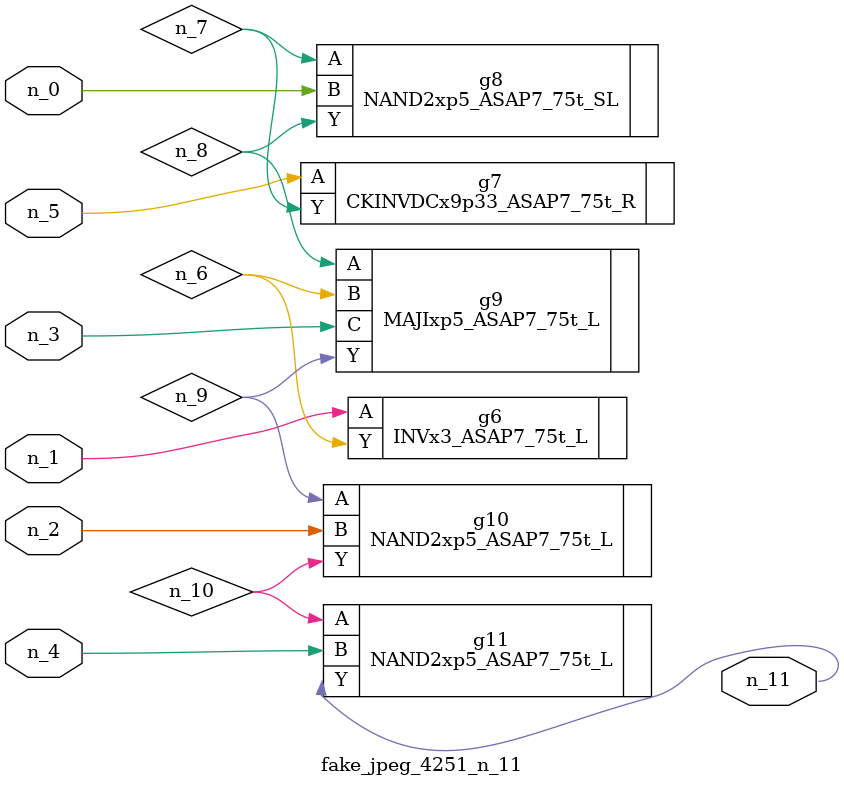
<source format=v>
module fake_jpeg_4251_n_11 (n_3, n_2, n_1, n_0, n_4, n_5, n_11);

input n_3;
input n_2;
input n_1;
input n_0;
input n_4;
input n_5;

output n_11;

wire n_10;
wire n_8;
wire n_9;
wire n_6;
wire n_7;

INVx3_ASAP7_75t_L g6 ( 
.A(n_1),
.Y(n_6)
);

CKINVDCx9p33_ASAP7_75t_R g7 ( 
.A(n_5),
.Y(n_7)
);

NAND2xp5_ASAP7_75t_SL g8 ( 
.A(n_7),
.B(n_0),
.Y(n_8)
);

MAJIxp5_ASAP7_75t_L g9 ( 
.A(n_8),
.B(n_6),
.C(n_3),
.Y(n_9)
);

NAND2xp5_ASAP7_75t_L g10 ( 
.A(n_9),
.B(n_2),
.Y(n_10)
);

NAND2xp5_ASAP7_75t_L g11 ( 
.A(n_10),
.B(n_4),
.Y(n_11)
);


endmodule
</source>
